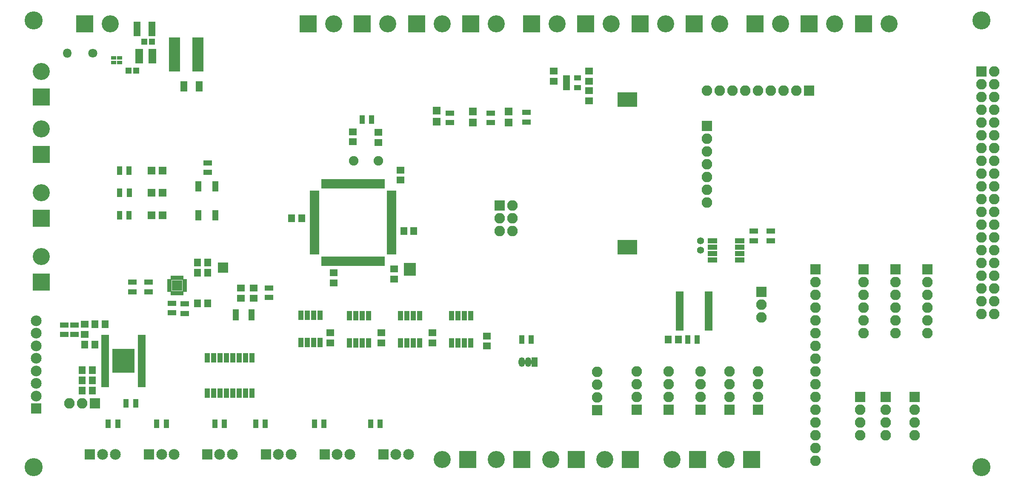
<source format=gbr>
G04 #@! TF.FileFunction,Soldermask,Top*
%FSLAX46Y46*%
G04 Gerber Fmt 4.6, Leading zero omitted, Abs format (unit mm)*
G04 Created by KiCad (PCBNEW 4.0.7) date 05/05/18 08:32:39*
%MOMM*%
%LPD*%
G01*
G04 APERTURE LIST*
%ADD10C,0.100000*%
%ADD11R,2.100000X2.100000*%
%ADD12O,2.100000X2.100000*%
%ADD13R,1.100000X1.700000*%
%ADD14R,3.910000X2.940000*%
%ADD15R,1.400000X2.900000*%
%ADD16R,1.200000X1.150000*%
%ADD17R,1.400000X2.000000*%
%ADD18R,1.650000X1.400000*%
%ADD19R,1.400000X1.650000*%
%ADD20R,1.600000X1.600000*%
%ADD21R,2.150000X2.150000*%
%ADD22C,2.150000*%
%ADD23R,3.400000X3.400000*%
%ADD24C,3.400000*%
%ADD25R,2.180000X6.900000*%
%ADD26C,3.600000*%
%ADD27R,1.000000X0.800000*%
%ADD28R,1.700000X1.100000*%
%ADD29R,1.300000X2.100000*%
%ADD30R,1.620000X1.050000*%
%ADD31R,1.000000X1.900000*%
%ADD32R,1.000000X1.950000*%
%ADD33R,1.950000X1.000000*%
%ADD34O,1.300000X1.900000*%
%ADD35R,1.300000X1.900000*%
%ADD36R,1.500000X0.800000*%
%ADD37R,1.900000X0.700000*%
%ADD38R,0.700000X1.900000*%
%ADD39R,1.200000X2.600000*%
%ADD40R,1.200000X0.700000*%
%ADD41R,0.600000X0.950000*%
%ADD42R,0.950000X0.600000*%
%ADD43R,1.200000X1.275000*%
%ADD44C,1.900000*%
%ADD45C,1.400000*%
%ADD46R,1.600000X0.800000*%
%ADD47R,4.510000X4.760000*%
%ADD48R,1.460000X1.050000*%
%ADD49C,1.800000*%
%ADD50O,1.800000X1.800000*%
G04 APERTURE END LIST*
D10*
D11*
X215265000Y-100965000D03*
D12*
X215265000Y-103505000D03*
X215265000Y-106045000D03*
X215265000Y-108585000D03*
X215265000Y-111125000D03*
X215265000Y-113665000D03*
D11*
X238760000Y-61595000D03*
D12*
X241300000Y-61595000D03*
X238760000Y-64135000D03*
X241300000Y-64135000D03*
X238760000Y-66675000D03*
X241300000Y-66675000D03*
X238760000Y-69215000D03*
X241300000Y-69215000D03*
X238760000Y-71755000D03*
X241300000Y-71755000D03*
X238760000Y-74295000D03*
X241300000Y-74295000D03*
X238760000Y-76835000D03*
X241300000Y-76835000D03*
X238760000Y-79375000D03*
X241300000Y-79375000D03*
X238760000Y-81915000D03*
X241300000Y-81915000D03*
X238760000Y-84455000D03*
X241300000Y-84455000D03*
X238760000Y-86995000D03*
X241300000Y-86995000D03*
X238760000Y-89535000D03*
X241300000Y-89535000D03*
X238760000Y-92075000D03*
X241300000Y-92075000D03*
X238760000Y-94615000D03*
X241300000Y-94615000D03*
X238760000Y-97155000D03*
X241300000Y-97155000D03*
X238760000Y-99695000D03*
X241300000Y-99695000D03*
X238760000Y-102235000D03*
X241300000Y-102235000D03*
X238760000Y-104775000D03*
X241300000Y-104775000D03*
X238760000Y-107315000D03*
X241300000Y-107315000D03*
X238760000Y-109855000D03*
X241300000Y-109855000D03*
D11*
X205740000Y-100965000D03*
D12*
X205740000Y-103505000D03*
X205740000Y-106045000D03*
X205740000Y-108585000D03*
X205740000Y-111125000D03*
X205740000Y-113665000D03*
X205740000Y-116205000D03*
X205740000Y-118745000D03*
X205740000Y-121285000D03*
X205740000Y-123825000D03*
X205740000Y-126365000D03*
X205740000Y-128905000D03*
X205740000Y-131445000D03*
X205740000Y-133985000D03*
X205740000Y-136525000D03*
X205740000Y-139065000D03*
D13*
X74681000Y-131699000D03*
X76581000Y-131699000D03*
D14*
X168275000Y-96520000D03*
X168275000Y-67160000D03*
D15*
X73754474Y-53129126D03*
X70754474Y-53129126D03*
D16*
X72254474Y-55669126D03*
X73754474Y-55669126D03*
X69079474Y-61384126D03*
X70579474Y-61384126D03*
D17*
X83104474Y-64559126D03*
X80104474Y-64559126D03*
D18*
X118745000Y-75660000D03*
X118745000Y-73660000D03*
X113665000Y-75565000D03*
X113665000Y-73565000D03*
X121920000Y-100870000D03*
X121920000Y-102870000D03*
X123190000Y-83185000D03*
X123190000Y-81185000D03*
D19*
X103505000Y-90805000D03*
X101505000Y-90805000D03*
D18*
X109855000Y-101600000D03*
X109855000Y-103600000D03*
D19*
X123825000Y-93345000D03*
X125825000Y-93345000D03*
D18*
X91440000Y-104680000D03*
X91440000Y-106680000D03*
X93980000Y-106680000D03*
X93980000Y-104680000D03*
X109220000Y-115570000D03*
X109220000Y-113570000D03*
X119380000Y-115570000D03*
X119380000Y-113570000D03*
D19*
X82804000Y-107696000D03*
X84804000Y-107696000D03*
D18*
X129540000Y-115570000D03*
X129540000Y-113570000D03*
X140335000Y-116205000D03*
X140335000Y-114205000D03*
D19*
X82804000Y-99568000D03*
X84804000Y-99568000D03*
X82804000Y-101600000D03*
X84804000Y-101600000D03*
X61849000Y-125095000D03*
X59849000Y-125095000D03*
D18*
X60325000Y-113887000D03*
X60325000Y-111887000D03*
D19*
X61849000Y-123063000D03*
X59849000Y-123063000D03*
X64389000Y-111887000D03*
X62389000Y-111887000D03*
X62357000Y-115951000D03*
X60357000Y-115951000D03*
X61849000Y-121031000D03*
X59849000Y-121031000D03*
X176435000Y-114935000D03*
X178435000Y-114935000D03*
D20*
X130345000Y-69385000D03*
X130345000Y-71585000D03*
X137541000Y-69555000D03*
X137541000Y-71755000D03*
X144653000Y-69555000D03*
X144653000Y-71755000D03*
X75860000Y-81280000D03*
X73660000Y-81280000D03*
X75860000Y-85725000D03*
X73660000Y-85725000D03*
X75860000Y-90170000D03*
X73660000Y-90170000D03*
D11*
X162278552Y-128962892D03*
D12*
X162278552Y-126422892D03*
X162278552Y-123882892D03*
X162278552Y-121342892D03*
D21*
X61421000Y-137795000D03*
D22*
X63921000Y-137795000D03*
X66421000Y-137795000D03*
D21*
X73152000Y-137795000D03*
D22*
X75652000Y-137795000D03*
X78152000Y-137795000D03*
D21*
X84709000Y-137795000D03*
D22*
X87209000Y-137795000D03*
X89709000Y-137795000D03*
D21*
X96393000Y-137795000D03*
D22*
X98893000Y-137795000D03*
X101393000Y-137795000D03*
D21*
X108077000Y-137795000D03*
D22*
X110577000Y-137795000D03*
X113077000Y-137795000D03*
D21*
X119761000Y-137795000D03*
D22*
X122261000Y-137795000D03*
X124761000Y-137795000D03*
D11*
X214630000Y-126365000D03*
D12*
X214630000Y-128905000D03*
X214630000Y-131445000D03*
X214630000Y-133985000D03*
D11*
X219710000Y-126365000D03*
D12*
X219710000Y-128905000D03*
X219710000Y-131445000D03*
X219710000Y-133985000D03*
D11*
X225425000Y-126365000D03*
D12*
X225425000Y-128905000D03*
X225425000Y-131445000D03*
X225425000Y-133985000D03*
D23*
X60325000Y-52070000D03*
D24*
X65405000Y-52070000D03*
D11*
X142875000Y-88265000D03*
D12*
X145415000Y-88265000D03*
X142875000Y-90805000D03*
X145415000Y-90805000D03*
X142875000Y-93345000D03*
X145415000Y-93345000D03*
D23*
X104775000Y-52070000D03*
D24*
X109855000Y-52070000D03*
D23*
X182245000Y-138811000D03*
D24*
X177165000Y-138811000D03*
D23*
X51689000Y-103505000D03*
D24*
X51689000Y-98425000D03*
D23*
X115570000Y-52070000D03*
D24*
X120650000Y-52070000D03*
D23*
X193040000Y-138811000D03*
D24*
X187960000Y-138811000D03*
D23*
X51689000Y-90805000D03*
D24*
X51689000Y-85725000D03*
D23*
X126365000Y-52070000D03*
D24*
X131445000Y-52070000D03*
D23*
X137160000Y-52070000D03*
D24*
X142240000Y-52070000D03*
D23*
X51689000Y-78105000D03*
D24*
X51689000Y-73025000D03*
D23*
X149225000Y-52070000D03*
D24*
X154305000Y-52070000D03*
D23*
X51689000Y-66675000D03*
D24*
X51689000Y-61595000D03*
D23*
X160020000Y-52070000D03*
D24*
X165100000Y-52070000D03*
D23*
X170815000Y-52070000D03*
D24*
X175895000Y-52070000D03*
D23*
X181610000Y-52070000D03*
D24*
X186690000Y-52070000D03*
D23*
X193675000Y-52070000D03*
D24*
X198755000Y-52070000D03*
D23*
X204470000Y-52070000D03*
D24*
X209550000Y-52070000D03*
D23*
X215265000Y-52070000D03*
D24*
X220345000Y-52070000D03*
D11*
X87884000Y-100584000D03*
X184150000Y-72390000D03*
D12*
X184150000Y-74930000D03*
X184150000Y-77470000D03*
X184150000Y-80010000D03*
X184150000Y-82550000D03*
X184150000Y-85090000D03*
X184150000Y-87630000D03*
D21*
X50673000Y-128651000D03*
D22*
X50673000Y-126151000D03*
X50673000Y-123651000D03*
X50673000Y-121151000D03*
X50673000Y-118651000D03*
X50673000Y-116151000D03*
X50673000Y-113651000D03*
X50673000Y-111151000D03*
D25*
X78199474Y-58209126D03*
X82919474Y-58209126D03*
D11*
X204470000Y-65405000D03*
D12*
X201930000Y-65405000D03*
X199390000Y-65405000D03*
X196850000Y-65405000D03*
X194310000Y-65405000D03*
X191770000Y-65405000D03*
X189230000Y-65405000D03*
X186690000Y-65405000D03*
X184150000Y-65405000D03*
D26*
X50165000Y-51435000D03*
D11*
X176530000Y-128905000D03*
D12*
X176530000Y-126365000D03*
X176530000Y-123825000D03*
X176530000Y-121285000D03*
D11*
X182880000Y-128905000D03*
D12*
X182880000Y-126365000D03*
X182880000Y-123825000D03*
X182880000Y-121285000D03*
D11*
X188595000Y-128905000D03*
D12*
X188595000Y-126365000D03*
X188595000Y-123825000D03*
X188595000Y-121285000D03*
D11*
X194310000Y-128905000D03*
D12*
X194310000Y-126365000D03*
X194310000Y-123825000D03*
X194310000Y-121285000D03*
D11*
X170180000Y-128905000D03*
D12*
X170180000Y-126365000D03*
X170180000Y-123825000D03*
X170180000Y-121285000D03*
D27*
X66134474Y-59744126D03*
X66134474Y-58844126D03*
X67310000Y-58844126D03*
X67310000Y-59744126D03*
D28*
X132969000Y-69855000D03*
X132969000Y-71755000D03*
X141097000Y-69855000D03*
X141097000Y-71755000D03*
X148209000Y-69723000D03*
X148209000Y-71623000D03*
D13*
X115570000Y-71120000D03*
X117470000Y-71120000D03*
X67310000Y-81280000D03*
X69210000Y-81280000D03*
X67315000Y-85725000D03*
X69215000Y-85725000D03*
X67310000Y-90170000D03*
X69210000Y-90170000D03*
X65029000Y-131699000D03*
X66929000Y-131699000D03*
X86233000Y-131699000D03*
X88133000Y-131699000D03*
X94361000Y-131699000D03*
X96261000Y-131699000D03*
X117221000Y-131699000D03*
X119121000Y-131699000D03*
X106045000Y-131699000D03*
X107945000Y-131699000D03*
D28*
X196850000Y-93345000D03*
X196850000Y-95245000D03*
X193450654Y-93349362D03*
X193450654Y-95249362D03*
X97028000Y-104648000D03*
X97028000Y-106548000D03*
X73025000Y-105405000D03*
X73025000Y-103505000D03*
X69850000Y-105405000D03*
X69850000Y-103505000D03*
X80264000Y-107828000D03*
X80264000Y-109728000D03*
X77724000Y-109596000D03*
X77724000Y-107696000D03*
D13*
X147320000Y-114935000D03*
X149220000Y-114935000D03*
D28*
X56261000Y-112019000D03*
X56261000Y-113919000D03*
X58293000Y-112019000D03*
X58293000Y-113919000D03*
D13*
X68585000Y-127635000D03*
X70485000Y-127635000D03*
X180340000Y-114935000D03*
X182240000Y-114935000D03*
D11*
X62357000Y-127635000D03*
D12*
X59817000Y-127635000D03*
X57277000Y-127635000D03*
D11*
X194945000Y-105410000D03*
D12*
X194945000Y-107950000D03*
X194945000Y-110490000D03*
D11*
X221615000Y-100965000D03*
D12*
X221615000Y-103505000D03*
X221615000Y-106045000D03*
X221615000Y-108585000D03*
X221615000Y-111125000D03*
X221615000Y-113665000D03*
D11*
X227965000Y-100965000D03*
D12*
X227965000Y-103505000D03*
X227965000Y-106045000D03*
X227965000Y-108585000D03*
X227965000Y-111125000D03*
X227965000Y-113665000D03*
D29*
X86360000Y-84455000D03*
X82960000Y-84455000D03*
D23*
X136525000Y-138811000D03*
D24*
X131445000Y-138811000D03*
D23*
X147320000Y-138811000D03*
D24*
X142240000Y-138811000D03*
D23*
X158115000Y-138811000D03*
D24*
X153035000Y-138811000D03*
D23*
X168910000Y-138811000D03*
D24*
X163830000Y-138811000D03*
D30*
X73834474Y-59474126D03*
X73834474Y-58524126D03*
X73834474Y-57574126D03*
X71214474Y-57574126D03*
X71214474Y-58524126D03*
X71214474Y-59474126D03*
D31*
X84709000Y-125603000D03*
X85979000Y-125603000D03*
X87249000Y-125603000D03*
X88519000Y-125603000D03*
X89789000Y-125603000D03*
X91059000Y-125603000D03*
X92329000Y-125603000D03*
X93599000Y-125603000D03*
X93599000Y-118503000D03*
X92329000Y-118503000D03*
X91059000Y-118503000D03*
X89789000Y-118503000D03*
X88519000Y-118503000D03*
X87249000Y-118503000D03*
X85979000Y-118503000D03*
X84709000Y-118503000D03*
D32*
X113030000Y-115570000D03*
X114300000Y-115570000D03*
X115570000Y-115570000D03*
X116840000Y-115570000D03*
X116840000Y-110170000D03*
X115570000Y-110170000D03*
X114300000Y-110170000D03*
X113030000Y-110170000D03*
X123190000Y-115570000D03*
X124460000Y-115570000D03*
X125730000Y-115570000D03*
X127000000Y-115570000D03*
X127000000Y-110170000D03*
X125730000Y-110170000D03*
X124460000Y-110170000D03*
X123190000Y-110170000D03*
D33*
X185277124Y-95250000D03*
X185277124Y-96520000D03*
X185277124Y-97790000D03*
X185277124Y-99060000D03*
X190677124Y-99060000D03*
X190677124Y-97790000D03*
X190677124Y-96520000D03*
X190677124Y-95250000D03*
D32*
X133350000Y-115570000D03*
X134620000Y-115570000D03*
X135890000Y-115570000D03*
X137160000Y-115570000D03*
X137160000Y-110170000D03*
X135890000Y-110170000D03*
X134620000Y-110170000D03*
X133350000Y-110170000D03*
X103345000Y-115476000D03*
X104615000Y-115476000D03*
X105885000Y-115476000D03*
X107155000Y-115476000D03*
X107155000Y-110076000D03*
X105885000Y-110076000D03*
X104615000Y-110076000D03*
X103345000Y-110076000D03*
D34*
X148590000Y-119380000D03*
X147320000Y-119380000D03*
D35*
X149860000Y-119380000D03*
D36*
X184460000Y-112795000D03*
X184460000Y-112145000D03*
X184460000Y-111495000D03*
X184460000Y-110845000D03*
X184460000Y-110195000D03*
X184460000Y-109545000D03*
X184460000Y-108895000D03*
X184460000Y-108245000D03*
X184460000Y-107595000D03*
X184460000Y-106945000D03*
X184460000Y-106295000D03*
X184460000Y-105645000D03*
X178760000Y-105645000D03*
X178760000Y-106295000D03*
X178760000Y-106945000D03*
X178760000Y-107595000D03*
X178760000Y-108245000D03*
X178760000Y-108895000D03*
X178760000Y-109545000D03*
X178760000Y-110195000D03*
X178760000Y-110845000D03*
X178760000Y-111495000D03*
X178760000Y-112145000D03*
X178760000Y-112795000D03*
D37*
X121445000Y-97647000D03*
X121445000Y-97147000D03*
X121445000Y-96647000D03*
X121445000Y-96147000D03*
X121445000Y-95647000D03*
X121445000Y-95147000D03*
X121445000Y-94647000D03*
X121445000Y-94147000D03*
X121445000Y-93647000D03*
X121445000Y-93147000D03*
X121445000Y-92647000D03*
X121445000Y-92147000D03*
X121445000Y-91647000D03*
X121445000Y-91147000D03*
X121445000Y-90647000D03*
X121445000Y-90147000D03*
X121445000Y-89647000D03*
X121445000Y-89147000D03*
X121445000Y-88647000D03*
X121445000Y-88147000D03*
X121445000Y-87647000D03*
X121445000Y-87147000D03*
X121445000Y-86647000D03*
X121445000Y-86147000D03*
X121445000Y-85647000D03*
D38*
X119745000Y-83947000D03*
X119245000Y-83947000D03*
X118745000Y-83947000D03*
X118245000Y-83947000D03*
X117745000Y-83947000D03*
X117245000Y-83947000D03*
X116745000Y-83947000D03*
X116245000Y-83947000D03*
X115745000Y-83947000D03*
X115245000Y-83947000D03*
X114745000Y-83947000D03*
X114245000Y-83947000D03*
X113745000Y-83947000D03*
X113245000Y-83947000D03*
X112745000Y-83947000D03*
X112245000Y-83947000D03*
X111745000Y-83947000D03*
X111245000Y-83947000D03*
X110745000Y-83947000D03*
X110245000Y-83947000D03*
X109745000Y-83947000D03*
X109245000Y-83947000D03*
X108745000Y-83947000D03*
X108245000Y-83947000D03*
X107745000Y-83947000D03*
D37*
X106045000Y-85647000D03*
X106045000Y-86147000D03*
X106045000Y-86647000D03*
X106045000Y-87147000D03*
X106045000Y-87647000D03*
X106045000Y-88147000D03*
X106045000Y-88647000D03*
X106045000Y-89147000D03*
X106045000Y-89647000D03*
X106045000Y-90147000D03*
X106045000Y-90647000D03*
X106045000Y-91147000D03*
X106045000Y-91647000D03*
X106045000Y-92147000D03*
X106045000Y-92647000D03*
X106045000Y-93147000D03*
X106045000Y-93647000D03*
X106045000Y-94147000D03*
X106045000Y-94647000D03*
X106045000Y-95147000D03*
X106045000Y-95647000D03*
X106045000Y-96147000D03*
X106045000Y-96647000D03*
X106045000Y-97147000D03*
X106045000Y-97647000D03*
D38*
X107745000Y-99347000D03*
X108245000Y-99347000D03*
X108745000Y-99347000D03*
X109245000Y-99347000D03*
X109745000Y-99347000D03*
X110245000Y-99347000D03*
X110745000Y-99347000D03*
X111245000Y-99347000D03*
X111745000Y-99347000D03*
X112245000Y-99347000D03*
X112745000Y-99347000D03*
X113245000Y-99347000D03*
X113745000Y-99347000D03*
X114245000Y-99347000D03*
X114745000Y-99347000D03*
X115245000Y-99347000D03*
X115745000Y-99347000D03*
X116245000Y-99347000D03*
X116745000Y-99347000D03*
X117245000Y-99347000D03*
X117745000Y-99347000D03*
X118245000Y-99347000D03*
X118745000Y-99347000D03*
X119245000Y-99347000D03*
X119745000Y-99347000D03*
D39*
X125660000Y-100965000D03*
X124460000Y-100965000D03*
D26*
X238760000Y-51435000D03*
X50165000Y-140335000D03*
X238760000Y-140335000D03*
D40*
X90424000Y-109252000D03*
X90424000Y-109752000D03*
X90424000Y-110252000D03*
X90424000Y-110752000D03*
X93524000Y-110752000D03*
X93524000Y-110252000D03*
X93524000Y-109752000D03*
X93524000Y-109252000D03*
D41*
X77740000Y-105640000D03*
X78140000Y-105640000D03*
X78540000Y-105640000D03*
X78940000Y-105640000D03*
X79340000Y-105640000D03*
X79740000Y-105640000D03*
D42*
X80240000Y-105140000D03*
X80240000Y-104740000D03*
X80240000Y-104340000D03*
X80240000Y-103940000D03*
X80240000Y-103540000D03*
X80240000Y-103140000D03*
D41*
X79740000Y-102640000D03*
X79340000Y-102640000D03*
X78940000Y-102640000D03*
X78540000Y-102640000D03*
X78140000Y-102640000D03*
X77740000Y-102640000D03*
D42*
X77240000Y-103140000D03*
X77240000Y-103540000D03*
X77240000Y-103940000D03*
X77240000Y-104340000D03*
X77240000Y-104740000D03*
X77240000Y-105140000D03*
D43*
X79140000Y-103705000D03*
X78340000Y-103705000D03*
X79140000Y-104575000D03*
X78340000Y-104575000D03*
D44*
X113865000Y-79375000D03*
X118745000Y-79375000D03*
D45*
X182880000Y-95255000D03*
X182880000Y-97155000D03*
D46*
X64437000Y-114266000D03*
X64437000Y-114916000D03*
X64437000Y-115566000D03*
X64437000Y-116216000D03*
X64437000Y-116866000D03*
X64437000Y-117516000D03*
X64437000Y-118166000D03*
X64437000Y-118816000D03*
X64437000Y-119466000D03*
X64437000Y-120116000D03*
X64437000Y-120766000D03*
X64437000Y-121416000D03*
X64437000Y-122066000D03*
X64437000Y-122716000D03*
X64437000Y-123366000D03*
X64437000Y-124016000D03*
X71737000Y-124016000D03*
X71737000Y-123366000D03*
X71737000Y-122716000D03*
X71737000Y-122066000D03*
X71737000Y-121416000D03*
X71737000Y-120766000D03*
X71737000Y-120116000D03*
X71737000Y-119466000D03*
X71737000Y-118816000D03*
X71737000Y-118166000D03*
X71737000Y-117516000D03*
X71737000Y-116866000D03*
X71737000Y-116216000D03*
X71737000Y-115566000D03*
X71737000Y-114916000D03*
X71737000Y-114266000D03*
D47*
X68087000Y-119141000D03*
D29*
X86360000Y-90170000D03*
X82960000Y-90170000D03*
D18*
X153670000Y-61500000D03*
X153670000Y-63500000D03*
X160655000Y-61500000D03*
X160655000Y-63500000D03*
X160655000Y-67405000D03*
X160655000Y-65405000D03*
D48*
X156210000Y-62865000D03*
X156210000Y-63815000D03*
X156210000Y-64765000D03*
X158410000Y-64765000D03*
X158410000Y-62865000D03*
D28*
X84836000Y-81656000D03*
X84836000Y-79756000D03*
D49*
X61976000Y-57912000D03*
D50*
X56896000Y-57912000D03*
M02*

</source>
